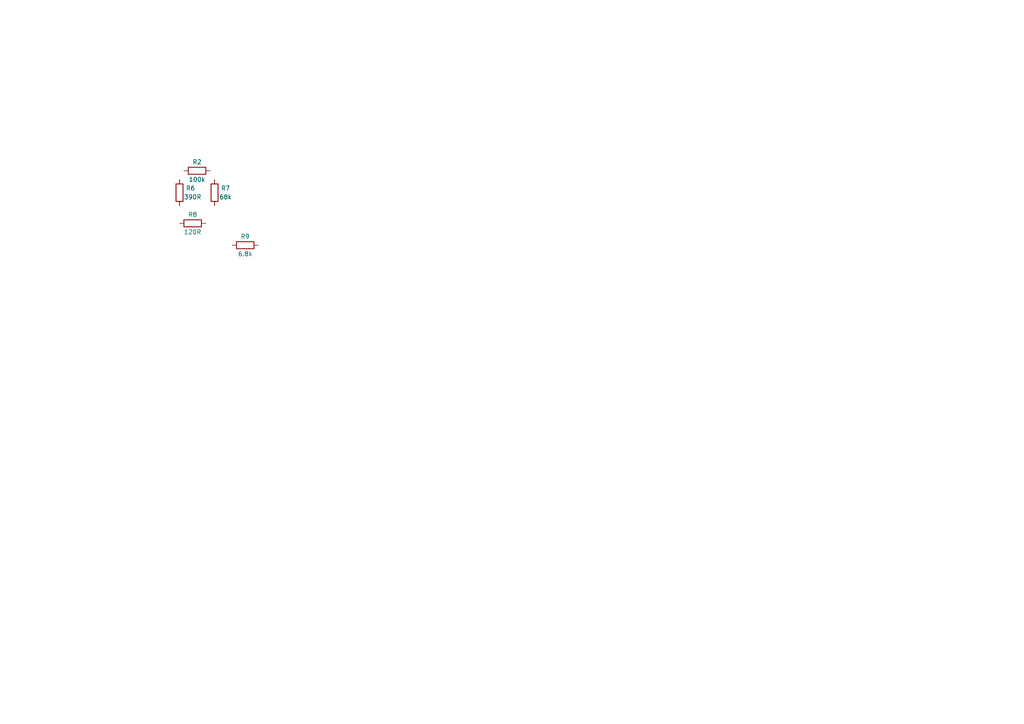
<source format=kicad_sch>
(kicad_sch (version 20231120) (generator "eeschema") (generator_version "8.0")
  (paper "A4")
  (lib_symbols
    (symbol "1_Library_GF:R_SMD_0805" (pin_numbers hide) (pin_names (offset 0))
      (property "Reference" "R" (at 2.032 0 90))
      (property "Value" "R" (at 0 0 90))
      (property "Description" "Resistor" (at 0 0 0))
      (symbol "R_SMD_0805_0_1"
        (rectangle (start -1.016 -2.54) (end 1.016 2.54) (stroke (width 0.254)))
      )
      (symbol "R_SMD_0805_1_1"
        (pin passive line (at 0 3.81 270) (length 1.27) (name "~") (number "1"))
        (pin passive line (at 0 -3.81 90) (length 1.27) (name "~") (number "2"))
      )
    )
  )
  (symbol (lib_id "1_Library_GF:R_SMD_0805") (at 55.88 64.77 90) (unit 1)
    (property "Reference" "R8" (at 55.88 62.23 90))
    (property "Value" "120R" (at 55.88 67.31 90))
    (property "Footprint" "Resistor_SMD:R_0402_1005Metric_Pad0.72x0.64mm_HandSolder" (effects (hide yes)))
    (property "Datasheet" "https://www.lcsc.com/datasheet/lcsc_datasheet_2304140030_ROHM-Semicon-ESR10EZPJ121_C2138493.pdf" (effects (hide yes)))
    (property "Description" "RES 120Ω ±1% 62.5mW 0402" (effects (hide yes)))
    (property "Part Number" "CR0805-JW-121ELF" (effects (hide yes)))
    (property "Type" "SMD" (effects (hide yes)))
    (property "Manufacturer " "BOURNS" (effects (hide yes)))
    (property "Mfr. Part Number" "ESR10EZPJ121" (effects (hide yes)))
    (property "Supplier" "MOUSER" (effects (hide yes)))
    (property "Sup. Part Number" "652-CR0805JW-121ELF" (effects (hide yes)))
    (property "Package" "CR0805" (effects (hide yes)))
    (property "LCSC" "C114758" (effects (hide yes)))
  )
  (symbol (lib_id "1_Library_GF:R_SMD_0805") (at 52.07 55.88 180) (unit 1)
    (property "Reference" "R6" (at 55.245 54.61 0))
    (property "Value" "390R" (at 55.88 57.15 0))
    (property "Footprint" "Resistor_SMD:R_0402_1005Metric_Pad0.72x0.64mm_HandSolder" (effects (hide yes)))
    (property "Datasheet" "https://www.lcsc.com/datasheet/lcsc_datasheet_2304140030_YAGEO-RC0805FR-07390RL_C114543.pdf" (effects (hide yes)))
    (property "Description" "125mW Thick Film Resistors 150V ±100ppm/℃ ±1% 390Ω 0805 Chip Resistor - Surface Mount ROHS" (effects (hide yes)))
    (property "Part Number" "CRCW0805390RFKEA" (effects (hide yes)))
    (property "Type" "SMD" (effects (hide yes)))
    (property "Mfr. Part Number" "RC0805FR-07390RL" (effects (hide yes)))
    (property "LCSC" "C25109" (effects (hide yes)))
  )
  (symbol (lib_id "1_Library_GF:R_SMD_0805") (at 71.12 71.12 270) (unit 1)
    (property "Reference" "R9" (at 71.12 68.58 90))
    (property "Value" "6.8k" (at 71.12 73.66 90))
    (property "Footprint" "Resistor_SMD:R_0402_1005Metric_Pad0.72x0.64mm_HandSolder" (effects (hide yes)))
    (property "Datasheet" "https://www.lcsc.com/datasheet/lcsc_datasheet_2208291730_YAGEO-RT0805BRD076K8L_C865628.pdf" (effects (hide yes)))
    (property "Description" "0.125W Thin Film Resistor ±25ppm/℃ ±0.1% 6.8kΩ 0805 Chip Resistor - Surface Mount ROHS" (effects (hide yes)))
    (property "Part Number" "CRCW08056K8FKEA" (effects (hide yes)))
    (property "Type" "SMD" (effects (hide yes)))
    (property "Mfr. Part Number" "RT0805BRD076K8L" (effects (hide yes)))
    (property "LCSC" "C25917" (effects (hide yes)))
  )
  (symbol (lib_id "1_Library_GF:R_SMD_0805") (at 57.15 49.53 270) (unit 1)
    (property "Reference" "R2" (at 57.15 46.99 90))
    (property "Value" "100k" (at 57.15 52.07 90))
    (property "Footprint" "Resistor_SMD:R_0402_1005Metric_Pad0.72x0.64mm_HandSolder" (effects (hide yes)))
    (property "Datasheet" "https://www.lcsc.com/datasheet/lcsc_datasheet_2411071710_FOJAN-FRC0805F1003TS_C2907217.pdf" (effects (hide yes)))
    (property "Description" "0.125W Thick Film Resistors 150V ±100ppm/℃ ±1% 100kΩ 0805 Chip Resistor - Surface Mount ROHS" (effects (hide yes)))
    (property "Part Number" "CRCW0805100KFKEA" (effects (hide yes)))
    (property "Type" "SMD" (effects (hide yes)))
    (property "Mfr. Part Number" "FRC0805F1003TS" (effects (hide yes)))
    (property "LCSC" "C60491" (effects (hide yes)))
  )
  (symbol (lib_id "1_Library_GF:R_SMD_0805") (at 62.23 55.88 180) (unit 1)
    (property "Reference" "R7" (at 65.405 54.61 0))
    (property "Value" "68k" (at 65.405 57.15 0))
    (property "Footprint" "Resistor_SMD:R_0402_1005Metric_Pad0.72x0.64mm_HandSolder" (effects (hide yes)))
    (property "Datasheet" "https://www.lcsc.com/datasheet/lcsc_datasheet_2304140030_YAGEO-RC0805FR-0768KL_C114548.pdf" (effects (hide yes)))
    (property "Description" "125mW Thick Film Resistors 150V ±100ppm/℃ ±1% 68kΩ 0805 Chip Resistor - Surface Mount ROHS" (effects (hide yes)))
    (property "Part Number" "CRCW080568KFKEA" (effects (hide yes)))
    (property "Type" "SMD" (effects (hide yes)))
    (property "Mfr. Part Number" "RC0805FR-0768KL" (effects (hide yes)))
    (property "LCSC" "C36871" (effects (hide yes)))
  )
)
</source>
